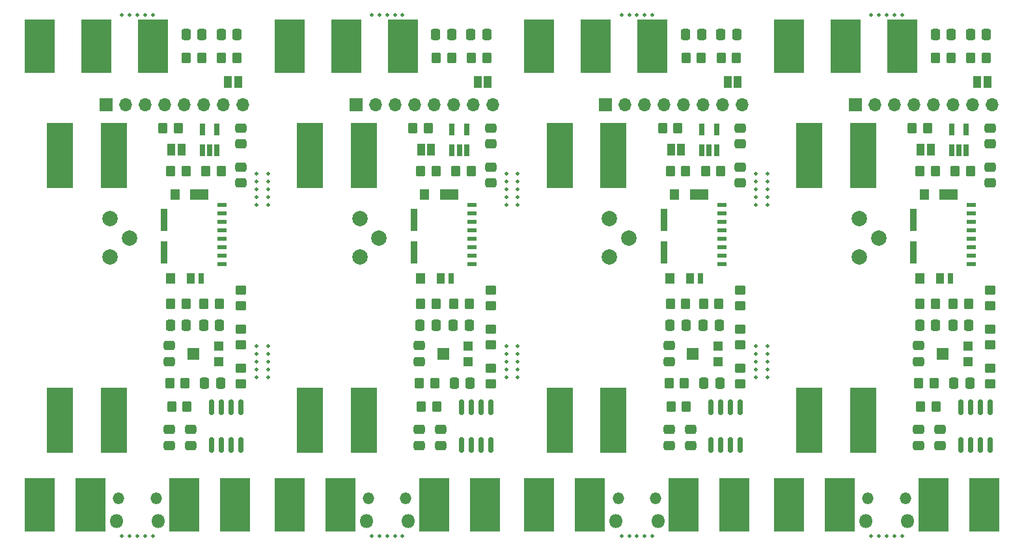
<source format=gbs>
G04 #@! TF.GenerationSoftware,KiCad,Pcbnew,7.0.1*
G04 #@! TF.CreationDate,2023-04-19T14:44:16-07:00*
G04 #@! TF.ProjectId,momentum_panel,6d6f6d65-6e74-4756-9d5f-70616e656c2e,A*
G04 #@! TF.SameCoordinates,Original*
G04 #@! TF.FileFunction,Soldermask,Bot*
G04 #@! TF.FilePolarity,Negative*
%FSLAX46Y46*%
G04 Gerber Fmt 4.6, Leading zero omitted, Abs format (unit mm)*
G04 Created by KiCad (PCBNEW 7.0.1) date 2023-04-19 14:44:16*
%MOMM*%
%LPD*%
G01*
G04 APERTURE LIST*
G04 Aperture macros list*
%AMRoundRect*
0 Rectangle with rounded corners*
0 $1 Rounding radius*
0 $2 $3 $4 $5 $6 $7 $8 $9 X,Y pos of 4 corners*
0 Add a 4 corners polygon primitive as box body*
4,1,4,$2,$3,$4,$5,$6,$7,$8,$9,$2,$3,0*
0 Add four circle primitives for the rounded corners*
1,1,$1+$1,$2,$3*
1,1,$1+$1,$4,$5*
1,1,$1+$1,$6,$7*
1,1,$1+$1,$8,$9*
0 Add four rect primitives between the rounded corners*
20,1,$1+$1,$2,$3,$4,$5,0*
20,1,$1+$1,$4,$5,$6,$7,0*
20,1,$1+$1,$6,$7,$8,$9,0*
20,1,$1+$1,$8,$9,$2,$3,0*%
G04 Aperture macros list end*
%ADD10C,0.500000*%
%ADD11O,1.800000X1.800000*%
%ADD12O,1.500000X1.500000*%
%ADD13RoundRect,0.250000X-0.350000X-0.450000X0.350000X-0.450000X0.350000X0.450000X-0.350000X0.450000X0*%
%ADD14RoundRect,0.250000X-0.475000X0.337500X-0.475000X-0.337500X0.475000X-0.337500X0.475000X0.337500X0*%
%ADD15R,1.200000X1.200000*%
%ADD16R,1.500000X1.600000*%
%ADD17RoundRect,0.250000X0.337500X0.475000X-0.337500X0.475000X-0.337500X-0.475000X0.337500X-0.475000X0*%
%ADD18RoundRect,0.250000X-0.450000X0.350000X-0.450000X-0.350000X0.450000X-0.350000X0.450000X0.350000X0*%
%ADD19RoundRect,0.250000X0.450000X-0.350000X0.450000X0.350000X-0.450000X0.350000X-0.450000X-0.350000X0*%
%ADD20RoundRect,0.250000X-0.337500X-0.475000X0.337500X-0.475000X0.337500X0.475000X-0.337500X0.475000X0*%
%ADD21R,1.000000X1.500000*%
%ADD22RoundRect,0.250000X0.475000X-0.337500X0.475000X0.337500X-0.475000X0.337500X-0.475000X-0.337500X0*%
%ADD23R,4.000000X7.000000*%
%ADD24C,2.000000*%
%ADD25R,3.500000X8.500000*%
%ADD26RoundRect,0.250000X0.350000X0.450000X-0.350000X0.450000X-0.350000X-0.450000X0.350000X-0.450000X0*%
%ADD27R,1.700000X1.700000*%
%ADD28O,1.700000X1.700000*%
%ADD29RoundRect,0.150000X-0.150000X0.825000X-0.150000X-0.825000X0.150000X-0.825000X0.150000X0.825000X0*%
%ADD30R,1.300000X0.500000*%
%ADD31R,0.680000X1.350000*%
%ADD32R,2.390000X1.350000*%
%ADD33R,1.200000X1.350000*%
%ADD34R,1.080000X1.350000*%
%ADD35R,0.850000X2.910000*%
%ADD36R,0.650000X1.560000*%
G04 APERTURE END LIST*
D10*
G04 #@! TO.C,REF\u002A\u002A*
X47720000Y-72560000D03*
G04 #@! TD*
G04 #@! TO.C,REF\u002A\u002A*
X46720000Y-4750000D03*
G04 #@! TD*
G04 #@! TO.C,REF\u002A\u002A*
X82200000Y-4750000D03*
G04 #@! TD*
G04 #@! TO.C,REF\u002A\u002A*
X30730000Y-49873333D03*
G04 #@! TD*
G04 #@! TO.C,REF\u002A\u002A*
X32230000Y-25436667D03*
G04 #@! TD*
G04 #@! TO.C,REF\u002A\u002A*
X30730000Y-51873333D03*
G04 #@! TD*
G04 #@! TO.C,REF\u002A\u002A*
X63210000Y-29436667D03*
G04 #@! TD*
G04 #@! TO.C,REF\u002A\u002A*
X63210000Y-48873333D03*
G04 #@! TD*
G04 #@! TO.C,REF\u002A\u002A*
X30730000Y-27436667D03*
G04 #@! TD*
G04 #@! TO.C,REF\u002A\u002A*
X111680000Y-72560000D03*
G04 #@! TD*
G04 #@! TO.C,REF\u002A\u002A*
X63210000Y-49873333D03*
G04 #@! TD*
G04 #@! TO.C,REF\u002A\u002A*
X112680000Y-72560000D03*
G04 #@! TD*
G04 #@! TO.C,REF\u002A\u002A*
X111680000Y-4750000D03*
G04 #@! TD*
G04 #@! TO.C,REF\u002A\u002A*
X45720000Y-72560000D03*
G04 #@! TD*
G04 #@! TO.C,REF\u002A\u002A*
X63210000Y-25436667D03*
G04 #@! TD*
G04 #@! TO.C,REF\u002A\u002A*
X95690000Y-51873333D03*
G04 #@! TD*
G04 #@! TO.C,REF\u002A\u002A*
X32230000Y-27436667D03*
G04 #@! TD*
G04 #@! TO.C,REF\u002A\u002A*
X95690000Y-26436667D03*
G04 #@! TD*
G04 #@! TO.C,REF\u002A\u002A*
X97190000Y-27436667D03*
G04 #@! TD*
G04 #@! TO.C,REF\u002A\u002A*
X30730000Y-47873333D03*
G04 #@! TD*
G04 #@! TO.C,REF\u002A\u002A*
X32230000Y-48873333D03*
G04 #@! TD*
G04 #@! TO.C,REF\u002A\u002A*
X95690000Y-49873333D03*
G04 #@! TD*
G04 #@! TO.C,REF\u002A\u002A*
X49720000Y-72560000D03*
G04 #@! TD*
G04 #@! TO.C,REF\u002A\u002A*
X95690000Y-27436667D03*
G04 #@! TD*
G04 #@! TO.C,REF\u002A\u002A*
X63210000Y-47873333D03*
G04 #@! TD*
G04 #@! TO.C,REF\u002A\u002A*
X95690000Y-47873333D03*
G04 #@! TD*
G04 #@! TO.C,REF\u002A\u002A*
X64710000Y-50873333D03*
G04 #@! TD*
G04 #@! TO.C,REF\u002A\u002A*
X97190000Y-25436667D03*
G04 #@! TD*
G04 #@! TO.C,REF\u002A\u002A*
X95690000Y-25436667D03*
G04 #@! TD*
G04 #@! TO.C,REF\u002A\u002A*
X95690000Y-48873333D03*
G04 #@! TD*
G04 #@! TO.C,REF\u002A\u002A*
X97190000Y-48873333D03*
G04 #@! TD*
G04 #@! TO.C,REF\u002A\u002A*
X16240000Y-4750000D03*
G04 #@! TD*
G04 #@! TO.C,REF\u002A\u002A*
X97190000Y-50873333D03*
G04 #@! TD*
G04 #@! TO.C,REF\u002A\u002A*
X113680000Y-72560000D03*
G04 #@! TD*
G04 #@! TO.C,REF\u002A\u002A*
X63210000Y-51873333D03*
G04 #@! TD*
G04 #@! TO.C,REF\u002A\u002A*
X95690000Y-29436667D03*
G04 #@! TD*
G04 #@! TO.C,REF\u002A\u002A*
X95690000Y-28436667D03*
G04 #@! TD*
G04 #@! TO.C,REF\u002A\u002A*
X112680000Y-4750000D03*
G04 #@! TD*
G04 #@! TO.C,REF\u002A\u002A*
X64710000Y-29436667D03*
G04 #@! TD*
G04 #@! TO.C,REF\u002A\u002A*
X64710000Y-48873333D03*
G04 #@! TD*
G04 #@! TO.C,REF\u002A\u002A*
X63210000Y-26436667D03*
G04 #@! TD*
G04 #@! TO.C,REF\u002A\u002A*
X64710000Y-27436667D03*
G04 #@! TD*
G04 #@! TO.C,REF\u002A\u002A*
X14240000Y-4750000D03*
G04 #@! TD*
G04 #@! TO.C,REF\u002A\u002A*
X46720000Y-72560000D03*
G04 #@! TD*
G04 #@! TO.C,REF\u002A\u002A*
X81200000Y-4750000D03*
G04 #@! TD*
G04 #@! TO.C,REF\u002A\u002A*
X32230000Y-29436667D03*
G04 #@! TD*
G04 #@! TO.C,REF\u002A\u002A*
X97190000Y-26436667D03*
G04 #@! TD*
G04 #@! TO.C,REF\u002A\u002A*
X97190000Y-28436667D03*
G04 #@! TD*
G04 #@! TO.C,REF\u002A\u002A*
X113680000Y-4750000D03*
G04 #@! TD*
G04 #@! TO.C,REF\u002A\u002A*
X64710000Y-26436667D03*
G04 #@! TD*
G04 #@! TO.C,REF\u002A\u002A*
X32230000Y-49873333D03*
G04 #@! TD*
G04 #@! TO.C,REF\u002A\u002A*
X95690000Y-50873333D03*
G04 #@! TD*
G04 #@! TO.C,REF\u002A\u002A*
X13240000Y-4750000D03*
G04 #@! TD*
G04 #@! TO.C,REF\u002A\u002A*
X17240000Y-72560000D03*
G04 #@! TD*
G04 #@! TO.C,REF\u002A\u002A*
X97190000Y-47873333D03*
G04 #@! TD*
G04 #@! TO.C,REF\u002A\u002A*
X30730000Y-50873333D03*
G04 #@! TD*
G04 #@! TO.C,REF\u002A\u002A*
X64710000Y-49873333D03*
G04 #@! TD*
G04 #@! TO.C,REF\u002A\u002A*
X48720000Y-4750000D03*
G04 #@! TD*
G04 #@! TO.C,REF\u002A\u002A*
X97190000Y-49873333D03*
G04 #@! TD*
G04 #@! TO.C,REF\u002A\u002A*
X97190000Y-51873333D03*
G04 #@! TD*
G04 #@! TO.C,REF\u002A\u002A*
X13240000Y-72560000D03*
G04 #@! TD*
G04 #@! TO.C,REF\u002A\u002A*
X48720000Y-72560000D03*
G04 #@! TD*
G04 #@! TO.C,REF\u002A\u002A*
X32230000Y-50873333D03*
G04 #@! TD*
G04 #@! TO.C,REF\u002A\u002A*
X32230000Y-51873333D03*
G04 #@! TD*
G04 #@! TO.C,REF\u002A\u002A*
X49720000Y-4750000D03*
G04 #@! TD*
G04 #@! TO.C,REF\u002A\u002A*
X30730000Y-48873333D03*
G04 #@! TD*
G04 #@! TO.C,REF\u002A\u002A*
X30730000Y-25436667D03*
G04 #@! TD*
G04 #@! TO.C,REF\u002A\u002A*
X32230000Y-47873333D03*
G04 #@! TD*
D11*
G04 #@! TO.C,A1*
X50445000Y-70656000D03*
D12*
X50145000Y-67626000D03*
X45295000Y-67626000D03*
D11*
X44995000Y-70656000D03*
G04 #@! TD*
G04 #@! TO.C,A1*
X17965000Y-70656000D03*
D12*
X17665000Y-67626000D03*
X12815000Y-67626000D03*
D11*
X12515000Y-70656000D03*
G04 #@! TD*
G04 #@! TO.C,A1*
X115405000Y-70656000D03*
D12*
X115105000Y-67626000D03*
X110255000Y-67626000D03*
D11*
X109955000Y-70656000D03*
G04 #@! TD*
G04 #@! TO.C,A1*
X82925000Y-70656000D03*
D12*
X82625000Y-67626000D03*
X77775000Y-67626000D03*
D11*
X77475000Y-70656000D03*
G04 #@! TD*
D10*
G04 #@! TO.C,REF\u002A\u002A*
X79200000Y-4750000D03*
G04 #@! TD*
G04 #@! TO.C,REF\u002A\u002A*
X45720000Y-4750000D03*
G04 #@! TD*
G04 #@! TO.C,REF\u002A\u002A*
X114680000Y-4750000D03*
G04 #@! TD*
G04 #@! TO.C,REF\u002A\u002A*
X63210000Y-27436667D03*
G04 #@! TD*
G04 #@! TO.C,REF\u002A\u002A*
X78200000Y-4750000D03*
G04 #@! TD*
G04 #@! TO.C,REF\u002A\u002A*
X114680000Y-72560000D03*
G04 #@! TD*
G04 #@! TO.C,REF\u002A\u002A*
X47720000Y-4750000D03*
G04 #@! TD*
G04 #@! TO.C,REF\u002A\u002A*
X64710000Y-47873333D03*
G04 #@! TD*
G04 #@! TO.C,REF\u002A\u002A*
X30730000Y-26436667D03*
G04 #@! TD*
G04 #@! TO.C,REF\u002A\u002A*
X78200000Y-72560000D03*
G04 #@! TD*
G04 #@! TO.C,REF\u002A\u002A*
X110680000Y-72560000D03*
G04 #@! TD*
G04 #@! TO.C,REF\u002A\u002A*
X64710000Y-28436667D03*
G04 #@! TD*
G04 #@! TO.C,REF\u002A\u002A*
X14240000Y-72560000D03*
G04 #@! TD*
G04 #@! TO.C,REF\u002A\u002A*
X110680000Y-4750000D03*
G04 #@! TD*
G04 #@! TO.C,REF\u002A\u002A*
X30730000Y-28436667D03*
G04 #@! TD*
G04 #@! TO.C,REF\u002A\u002A*
X63210000Y-28436667D03*
G04 #@! TD*
G04 #@! TO.C,REF\u002A\u002A*
X64710000Y-25436667D03*
G04 #@! TD*
G04 #@! TO.C,REF\u002A\u002A*
X63210000Y-50873333D03*
G04 #@! TD*
G04 #@! TO.C,REF\u002A\u002A*
X80200000Y-72560000D03*
G04 #@! TD*
G04 #@! TO.C,REF\u002A\u002A*
X80200000Y-4750000D03*
G04 #@! TD*
G04 #@! TO.C,REF\u002A\u002A*
X79200000Y-72560000D03*
G04 #@! TD*
G04 #@! TO.C,REF\u002A\u002A*
X32230000Y-28436667D03*
G04 #@! TD*
G04 #@! TO.C,REF\u002A\u002A*
X17240000Y-4750000D03*
G04 #@! TD*
G04 #@! TO.C,REF\u002A\u002A*
X30730000Y-29436667D03*
G04 #@! TD*
G04 #@! TO.C,REF\u002A\u002A*
X15240000Y-72560000D03*
G04 #@! TD*
G04 #@! TO.C,REF\u002A\u002A*
X64710000Y-51873333D03*
G04 #@! TD*
G04 #@! TO.C,REF\u002A\u002A*
X97190000Y-29436667D03*
G04 #@! TD*
G04 #@! TO.C,REF\u002A\u002A*
X81200000Y-72560000D03*
G04 #@! TD*
G04 #@! TO.C,REF\u002A\u002A*
X32230000Y-26436667D03*
G04 #@! TD*
G04 #@! TO.C,REF\u002A\u002A*
X16240000Y-72560000D03*
G04 #@! TD*
G04 #@! TO.C,REF\u002A\u002A*
X82200000Y-72560000D03*
G04 #@! TD*
G04 #@! TO.C,REF\u002A\u002A*
X15240000Y-4750000D03*
G04 #@! TD*
D13*
G04 #@! TO.C,R8*
X58658000Y-10334000D03*
X60658000Y-10334000D03*
G04 #@! TD*
G04 #@! TO.C,R8*
X26178000Y-10334000D03*
X28178000Y-10334000D03*
G04 #@! TD*
G04 #@! TO.C,R8*
X91138000Y-10334000D03*
X93138000Y-10334000D03*
G04 #@! TD*
G04 #@! TO.C,R8*
X123618000Y-10334000D03*
X125618000Y-10334000D03*
G04 #@! TD*
D14*
G04 #@! TO.C,C8*
X93662000Y-24536500D03*
X93662000Y-26611500D03*
G04 #@! TD*
G04 #@! TO.C,C8*
X61182000Y-24536500D03*
X61182000Y-26611500D03*
G04 #@! TD*
G04 #@! TO.C,C8*
X28702000Y-24536500D03*
X28702000Y-26611500D03*
G04 #@! TD*
G04 #@! TO.C,C8*
X126142000Y-24536500D03*
X126142000Y-26611500D03*
G04 #@! TD*
G04 #@! TO.C,C2*
X19414000Y-47805900D03*
X19414000Y-49880900D03*
G04 #@! TD*
G04 #@! TO.C,C2*
X51894000Y-47805900D03*
X51894000Y-49880900D03*
G04 #@! TD*
G04 #@! TO.C,C2*
X84374000Y-47805900D03*
X84374000Y-49880900D03*
G04 #@! TD*
G04 #@! TO.C,C2*
X116854000Y-47805900D03*
X116854000Y-49880900D03*
G04 #@! TD*
D15*
G04 #@! TO.C,RV1*
X25786000Y-47843400D03*
D16*
X22536000Y-48843400D03*
D15*
X25786000Y-49843400D03*
G04 #@! TD*
G04 #@! TO.C,RV1*
X123226000Y-47843400D03*
D16*
X119976000Y-48843400D03*
D15*
X123226000Y-49843400D03*
G04 #@! TD*
G04 #@! TO.C,RV1*
X58266000Y-47843400D03*
D16*
X55016000Y-48843400D03*
D15*
X58266000Y-49843400D03*
G04 #@! TD*
G04 #@! TO.C,RV1*
X90746000Y-47843400D03*
D16*
X87496000Y-48843400D03*
D15*
X90746000Y-49843400D03*
G04 #@! TD*
D17*
G04 #@! TO.C,C9*
X93175500Y-7286000D03*
X91100500Y-7286000D03*
G04 #@! TD*
G04 #@! TO.C,C9*
X60695500Y-7286000D03*
X58620500Y-7286000D03*
G04 #@! TD*
G04 #@! TO.C,C9*
X125655500Y-7286000D03*
X123580500Y-7286000D03*
G04 #@! TD*
G04 #@! TO.C,C9*
X28215500Y-7286000D03*
X26140500Y-7286000D03*
G04 #@! TD*
D18*
G04 #@! TO.C,R13*
X61182000Y-45656000D03*
X61182000Y-47656000D03*
G04 #@! TD*
G04 #@! TO.C,R13*
X28702000Y-45656000D03*
X28702000Y-47656000D03*
G04 #@! TD*
G04 #@! TO.C,R13*
X93662000Y-45656000D03*
X93662000Y-47656000D03*
G04 #@! TD*
G04 #@! TO.C,R13*
X126142000Y-45656000D03*
X126142000Y-47656000D03*
G04 #@! TD*
D19*
G04 #@! TO.C,R4*
X28702000Y-42576000D03*
X28702000Y-40576000D03*
G04 #@! TD*
G04 #@! TO.C,R4*
X61182000Y-42576000D03*
X61182000Y-40576000D03*
G04 #@! TD*
G04 #@! TO.C,R4*
X93662000Y-42576000D03*
X93662000Y-40576000D03*
G04 #@! TD*
G04 #@! TO.C,R4*
X126142000Y-42576000D03*
X126142000Y-40576000D03*
G04 #@! TD*
D13*
G04 #@! TO.C,R1*
X84390000Y-52653400D03*
X86390000Y-52653400D03*
G04 #@! TD*
G04 #@! TO.C,R1*
X19430000Y-52653400D03*
X21430000Y-52653400D03*
G04 #@! TD*
G04 #@! TO.C,R1*
X51910000Y-52653400D03*
X53910000Y-52653400D03*
G04 #@! TD*
G04 #@! TO.C,R1*
X116870000Y-52653400D03*
X118870000Y-52653400D03*
G04 #@! TD*
D20*
G04 #@! TO.C,C3*
X56444500Y-52653400D03*
X58519500Y-52653400D03*
G04 #@! TD*
G04 #@! TO.C,C3*
X88924500Y-52653400D03*
X90999500Y-52653400D03*
G04 #@! TD*
G04 #@! TO.C,C3*
X121404500Y-52653400D03*
X123479500Y-52653400D03*
G04 #@! TD*
G04 #@! TO.C,C3*
X23964500Y-52653400D03*
X26039500Y-52653400D03*
G04 #@! TD*
D18*
G04 #@! TO.C,R2*
X28702000Y-50736000D03*
X28702000Y-52736000D03*
G04 #@! TD*
G04 #@! TO.C,R2*
X61182000Y-50736000D03*
X61182000Y-52736000D03*
G04 #@! TD*
G04 #@! TO.C,R2*
X126142000Y-50736000D03*
X126142000Y-52736000D03*
G04 #@! TD*
G04 #@! TO.C,R2*
X93662000Y-50736000D03*
X93662000Y-52736000D03*
G04 #@! TD*
D13*
G04 #@! TO.C,R6*
X19574000Y-25066000D03*
X21574000Y-25066000D03*
G04 #@! TD*
G04 #@! TO.C,R6*
X52054000Y-25066000D03*
X54054000Y-25066000D03*
G04 #@! TD*
G04 #@! TO.C,R6*
X84534000Y-25066000D03*
X86534000Y-25066000D03*
G04 #@! TD*
G04 #@! TO.C,R6*
X117014000Y-25066000D03*
X119014000Y-25066000D03*
G04 #@! TD*
D21*
G04 #@! TO.C,JP2*
X85930000Y-22272000D03*
X84630000Y-22272000D03*
G04 #@! TD*
G04 #@! TO.C,JP2*
X53450000Y-22272000D03*
X52150000Y-22272000D03*
G04 #@! TD*
G04 #@! TO.C,JP2*
X20970000Y-22272000D03*
X19670000Y-22272000D03*
G04 #@! TD*
G04 #@! TO.C,JP2*
X118410000Y-22272000D03*
X117110000Y-22272000D03*
G04 #@! TD*
D13*
G04 #@! TO.C,R3*
X117124000Y-55701400D03*
X119124000Y-55701400D03*
G04 #@! TD*
G04 #@! TO.C,R3*
X84644000Y-55701400D03*
X86644000Y-55701400D03*
G04 #@! TD*
G04 #@! TO.C,R3*
X19684000Y-55701400D03*
X21684000Y-55701400D03*
G04 #@! TD*
G04 #@! TO.C,R3*
X52164000Y-55701400D03*
X54164000Y-55701400D03*
G04 #@! TD*
D22*
G04 #@! TO.C,C5*
X51894000Y-60802900D03*
X51894000Y-58727900D03*
G04 #@! TD*
G04 #@! TO.C,C5*
X84374000Y-60802900D03*
X84374000Y-58727900D03*
G04 #@! TD*
G04 #@! TO.C,C5*
X116854000Y-60802900D03*
X116854000Y-58727900D03*
G04 #@! TD*
G04 #@! TO.C,C5*
X19414000Y-60802900D03*
X19414000Y-58727900D03*
G04 #@! TD*
D23*
G04 #@! TO.C,J9*
X35020000Y-68500000D03*
G04 #@! TD*
G04 #@! TO.C,J9*
X2540000Y-68500000D03*
G04 #@! TD*
G04 #@! TO.C,J9*
X67500000Y-68500000D03*
G04 #@! TD*
G04 #@! TO.C,J9*
X99980000Y-68500000D03*
G04 #@! TD*
D24*
G04 #@! TO.C,A3*
X76652000Y-31284000D03*
X79152000Y-33784000D03*
X76652000Y-36284000D03*
D25*
X70152000Y-57534000D03*
X77152000Y-57534000D03*
X77152000Y-23034000D03*
X70152000Y-23034000D03*
G04 #@! TD*
D24*
G04 #@! TO.C,A3*
X11692000Y-31284000D03*
X14192000Y-33784000D03*
X11692000Y-36284000D03*
D25*
X5192000Y-57534000D03*
X12192000Y-57534000D03*
X12192000Y-23034000D03*
X5192000Y-23034000D03*
G04 #@! TD*
D24*
G04 #@! TO.C,A3*
X109132000Y-31284000D03*
X111632000Y-33784000D03*
X109132000Y-36284000D03*
D25*
X102632000Y-57534000D03*
X109632000Y-57534000D03*
X109632000Y-23034000D03*
X102632000Y-23034000D03*
G04 #@! TD*
D24*
G04 #@! TO.C,A3*
X44172000Y-31284000D03*
X46672000Y-33784000D03*
X44172000Y-36284000D03*
D25*
X37672000Y-57534000D03*
X44672000Y-57534000D03*
X44672000Y-23034000D03*
X37672000Y-23034000D03*
G04 #@! TD*
D26*
G04 #@! TO.C,R11*
X21574000Y-42338000D03*
X19574000Y-42338000D03*
G04 #@! TD*
G04 #@! TO.C,R11*
X54054000Y-42338000D03*
X52054000Y-42338000D03*
G04 #@! TD*
G04 #@! TO.C,R11*
X86534000Y-42338000D03*
X84534000Y-42338000D03*
G04 #@! TD*
G04 #@! TO.C,R11*
X119014000Y-42338000D03*
X117014000Y-42338000D03*
G04 #@! TD*
G04 #@! TO.C,R12*
X90852000Y-42338000D03*
X88852000Y-42338000D03*
G04 #@! TD*
G04 #@! TO.C,R12*
X58372000Y-42338000D03*
X56372000Y-42338000D03*
G04 #@! TD*
G04 #@! TO.C,R12*
X123332000Y-42338000D03*
X121332000Y-42338000D03*
G04 #@! TD*
G04 #@! TO.C,R12*
X25892000Y-42338000D03*
X23892000Y-42338000D03*
G04 #@! TD*
D13*
G04 #@! TO.C,R5*
X24146000Y-25066000D03*
X26146000Y-25066000D03*
G04 #@! TD*
G04 #@! TO.C,R5*
X56626000Y-25066000D03*
X58626000Y-25066000D03*
G04 #@! TD*
G04 #@! TO.C,R5*
X121586000Y-25066000D03*
X123586000Y-25066000D03*
G04 #@! TD*
G04 #@! TO.C,R5*
X89106000Y-25066000D03*
X91106000Y-25066000D03*
G04 #@! TD*
D23*
G04 #@! TO.C,J4*
X42386000Y-8810000D03*
G04 #@! TD*
G04 #@! TO.C,J4*
X74866000Y-8810000D03*
G04 #@! TD*
G04 #@! TO.C,J4*
X107346000Y-8810000D03*
G04 #@! TD*
G04 #@! TO.C,J4*
X9906000Y-8810000D03*
G04 #@! TD*
D26*
G04 #@! TO.C,R9*
X56086000Y-10334000D03*
X54086000Y-10334000D03*
G04 #@! TD*
G04 #@! TO.C,R9*
X23606000Y-10334000D03*
X21606000Y-10334000D03*
G04 #@! TD*
G04 #@! TO.C,R9*
X88566000Y-10334000D03*
X86566000Y-10334000D03*
G04 #@! TD*
G04 #@! TO.C,R9*
X121046000Y-10334000D03*
X119046000Y-10334000D03*
G04 #@! TD*
D27*
G04 #@! TO.C,A2*
X11176000Y-16430000D03*
D28*
X13716000Y-16430000D03*
X16256000Y-16430000D03*
X18796000Y-16430000D03*
X21336000Y-16430000D03*
X23876000Y-16430000D03*
X26416000Y-16430000D03*
X28956000Y-16430000D03*
G04 #@! TD*
D27*
G04 #@! TO.C,A2*
X43656000Y-16430000D03*
D28*
X46196000Y-16430000D03*
X48736000Y-16430000D03*
X51276000Y-16430000D03*
X53816000Y-16430000D03*
X56356000Y-16430000D03*
X58896000Y-16430000D03*
X61436000Y-16430000D03*
G04 #@! TD*
D27*
G04 #@! TO.C,A2*
X76136000Y-16430000D03*
D28*
X78676000Y-16430000D03*
X81216000Y-16430000D03*
X83756000Y-16430000D03*
X86296000Y-16430000D03*
X88836000Y-16430000D03*
X91376000Y-16430000D03*
X93916000Y-16430000D03*
G04 #@! TD*
D27*
G04 #@! TO.C,A2*
X108616000Y-16430000D03*
D28*
X111156000Y-16430000D03*
X113696000Y-16430000D03*
X116236000Y-16430000D03*
X118776000Y-16430000D03*
X121316000Y-16430000D03*
X123856000Y-16430000D03*
X126396000Y-16430000D03*
G04 #@! TD*
D23*
G04 #@! TO.C,J10*
X9144000Y-68500000D03*
G04 #@! TD*
G04 #@! TO.C,J10*
X41624000Y-68500000D03*
G04 #@! TD*
G04 #@! TO.C,J10*
X74104000Y-68500000D03*
G04 #@! TD*
G04 #@! TO.C,J10*
X106584000Y-68500000D03*
G04 #@! TD*
D20*
G04 #@! TO.C,C6*
X84496500Y-45132000D03*
X86571500Y-45132000D03*
G04 #@! TD*
G04 #@! TO.C,C6*
X52016500Y-45132000D03*
X54091500Y-45132000D03*
G04 #@! TD*
G04 #@! TO.C,C6*
X116976500Y-45132000D03*
X119051500Y-45132000D03*
G04 #@! TD*
G04 #@! TO.C,C6*
X19536500Y-45132000D03*
X21611500Y-45132000D03*
G04 #@! TD*
D23*
G04 #@! TO.C,J11*
X125380000Y-68500000D03*
G04 #@! TD*
G04 #@! TO.C,J11*
X60420000Y-68500000D03*
G04 #@! TD*
G04 #@! TO.C,J11*
X92900000Y-68500000D03*
G04 #@! TD*
G04 #@! TO.C,J11*
X27940000Y-68500000D03*
G04 #@! TD*
G04 #@! TO.C,J12*
X21319000Y-68500000D03*
G04 #@! TD*
G04 #@! TO.C,J12*
X86279000Y-68500000D03*
G04 #@! TD*
G04 #@! TO.C,J12*
X53799000Y-68500000D03*
G04 #@! TD*
G04 #@! TO.C,J12*
X118759000Y-68500000D03*
G04 #@! TD*
D29*
G04 #@! TO.C,U2*
X122315000Y-55766400D03*
X123585000Y-55766400D03*
X124855000Y-55766400D03*
X126125000Y-55766400D03*
X126125000Y-60716400D03*
X124855000Y-60716400D03*
X123585000Y-60716400D03*
X122315000Y-60716400D03*
G04 #@! TD*
G04 #@! TO.C,U2*
X89835000Y-55766400D03*
X91105000Y-55766400D03*
X92375000Y-55766400D03*
X93645000Y-55766400D03*
X93645000Y-60716400D03*
X92375000Y-60716400D03*
X91105000Y-60716400D03*
X89835000Y-60716400D03*
G04 #@! TD*
G04 #@! TO.C,U2*
X24875000Y-55766400D03*
X26145000Y-55766400D03*
X27415000Y-55766400D03*
X28685000Y-55766400D03*
X28685000Y-60716400D03*
X27415000Y-60716400D03*
X26145000Y-60716400D03*
X24875000Y-60716400D03*
G04 #@! TD*
G04 #@! TO.C,U2*
X57355000Y-55766400D03*
X58625000Y-55766400D03*
X59895000Y-55766400D03*
X61165000Y-55766400D03*
X61165000Y-60716400D03*
X59895000Y-60716400D03*
X58625000Y-60716400D03*
X57355000Y-60716400D03*
G04 #@! TD*
D30*
G04 #@! TO.C,J1*
X123711000Y-37156000D03*
X123711000Y-36056000D03*
X123711000Y-34956000D03*
X123711000Y-33856000D03*
X123711000Y-32756000D03*
X123711000Y-31656000D03*
X123711000Y-30556000D03*
X123711000Y-29456000D03*
D31*
X120961000Y-39081000D03*
D32*
X120756500Y-28131000D03*
D33*
X117571000Y-28131000D03*
D34*
X119611000Y-39081000D03*
D33*
X117001000Y-39081000D03*
D35*
X116176000Y-31461000D03*
X116176000Y-35651000D03*
G04 #@! TD*
D30*
G04 #@! TO.C,J1*
X26271000Y-37156000D03*
X26271000Y-36056000D03*
X26271000Y-34956000D03*
X26271000Y-33856000D03*
X26271000Y-32756000D03*
X26271000Y-31656000D03*
X26271000Y-30556000D03*
X26271000Y-29456000D03*
D31*
X23521000Y-39081000D03*
D32*
X23316500Y-28131000D03*
D33*
X20131000Y-28131000D03*
D34*
X22171000Y-39081000D03*
D33*
X19561000Y-39081000D03*
D35*
X18736000Y-31461000D03*
X18736000Y-35651000D03*
G04 #@! TD*
D30*
G04 #@! TO.C,J1*
X91231000Y-37156000D03*
X91231000Y-36056000D03*
X91231000Y-34956000D03*
X91231000Y-33856000D03*
X91231000Y-32756000D03*
X91231000Y-31656000D03*
X91231000Y-30556000D03*
X91231000Y-29456000D03*
D31*
X88481000Y-39081000D03*
D32*
X88276500Y-28131000D03*
D33*
X85091000Y-28131000D03*
D34*
X87131000Y-39081000D03*
D33*
X84521000Y-39081000D03*
D35*
X83696000Y-31461000D03*
X83696000Y-35651000D03*
G04 #@! TD*
D30*
G04 #@! TO.C,J1*
X58751000Y-37156000D03*
X58751000Y-36056000D03*
X58751000Y-34956000D03*
X58751000Y-33856000D03*
X58751000Y-32756000D03*
X58751000Y-31656000D03*
X58751000Y-30556000D03*
X58751000Y-29456000D03*
D31*
X56001000Y-39081000D03*
D32*
X55796500Y-28131000D03*
D33*
X52611000Y-28131000D03*
D34*
X54651000Y-39081000D03*
D33*
X52041000Y-39081000D03*
D35*
X51216000Y-31461000D03*
X51216000Y-35651000D03*
G04 #@! TD*
D23*
G04 #@! TO.C,J3*
X114712000Y-8810000D03*
G04 #@! TD*
G04 #@! TO.C,J3*
X49752000Y-8810000D03*
G04 #@! TD*
G04 #@! TO.C,J3*
X17272000Y-8810000D03*
G04 #@! TD*
G04 #@! TO.C,J3*
X82232000Y-8810000D03*
G04 #@! TD*
D20*
G04 #@! TO.C,C10*
X86528500Y-7286000D03*
X88603500Y-7286000D03*
G04 #@! TD*
G04 #@! TO.C,C10*
X54048500Y-7286000D03*
X56123500Y-7286000D03*
G04 #@! TD*
G04 #@! TO.C,C10*
X119008500Y-7286000D03*
X121083500Y-7286000D03*
G04 #@! TD*
G04 #@! TO.C,C10*
X21568500Y-7286000D03*
X23643500Y-7286000D03*
G04 #@! TD*
D14*
G04 #@! TO.C,C1*
X28702000Y-19456500D03*
X28702000Y-21531500D03*
G04 #@! TD*
G04 #@! TO.C,C1*
X126142000Y-19456500D03*
X126142000Y-21531500D03*
G04 #@! TD*
G04 #@! TO.C,C1*
X61182000Y-19456500D03*
X61182000Y-21531500D03*
G04 #@! TD*
G04 #@! TO.C,C1*
X93662000Y-19456500D03*
X93662000Y-21531500D03*
G04 #@! TD*
D26*
G04 #@! TO.C,R10*
X20558000Y-19478000D03*
X18558000Y-19478000D03*
G04 #@! TD*
G04 #@! TO.C,R10*
X85518000Y-19478000D03*
X83518000Y-19478000D03*
G04 #@! TD*
G04 #@! TO.C,R10*
X53038000Y-19478000D03*
X51038000Y-19478000D03*
G04 #@! TD*
G04 #@! TO.C,R10*
X117998000Y-19478000D03*
X115998000Y-19478000D03*
G04 #@! TD*
D17*
G04 #@! TO.C,C7*
X25929500Y-45132000D03*
X23854500Y-45132000D03*
G04 #@! TD*
G04 #@! TO.C,C7*
X90889500Y-45132000D03*
X88814500Y-45132000D03*
G04 #@! TD*
G04 #@! TO.C,C7*
X123369500Y-45132000D03*
X121294500Y-45132000D03*
G04 #@! TD*
G04 #@! TO.C,C7*
X58409500Y-45132000D03*
X56334500Y-45132000D03*
G04 #@! TD*
D21*
G04 #@! TO.C,JP1*
X60816000Y-13509000D03*
X59516000Y-13509000D03*
G04 #@! TD*
G04 #@! TO.C,JP1*
X28336000Y-13509000D03*
X27036000Y-13509000D03*
G04 #@! TD*
G04 #@! TO.C,JP1*
X125776000Y-13509000D03*
X124476000Y-13509000D03*
G04 #@! TD*
G04 #@! TO.C,JP1*
X93296000Y-13509000D03*
X91996000Y-13509000D03*
G04 #@! TD*
D23*
G04 #@! TO.C,J2*
X67500000Y-8810000D03*
G04 #@! TD*
G04 #@! TO.C,J2*
X2540000Y-8810000D03*
G04 #@! TD*
G04 #@! TO.C,J2*
X35020000Y-8810000D03*
G04 #@! TD*
G04 #@! TO.C,J2*
X99980000Y-8810000D03*
G04 #@! TD*
D36*
G04 #@! TO.C,U1*
X90548000Y-22352000D03*
X89598000Y-22352000D03*
X88648000Y-22352000D03*
X88648000Y-19652000D03*
X90548000Y-19652000D03*
G04 #@! TD*
G04 #@! TO.C,U1*
X25588000Y-22352000D03*
X24638000Y-22352000D03*
X23688000Y-22352000D03*
X23688000Y-19652000D03*
X25588000Y-19652000D03*
G04 #@! TD*
G04 #@! TO.C,U1*
X58068000Y-22352000D03*
X57118000Y-22352000D03*
X56168000Y-22352000D03*
X56168000Y-19652000D03*
X58068000Y-19652000D03*
G04 #@! TD*
G04 #@! TO.C,U1*
X123028000Y-22352000D03*
X122078000Y-22352000D03*
X121128000Y-22352000D03*
X121128000Y-19652000D03*
X123028000Y-19652000D03*
G04 #@! TD*
D22*
G04 #@! TO.C,C4*
X54688000Y-60802900D03*
X54688000Y-58727900D03*
G04 #@! TD*
G04 #@! TO.C,C4*
X22208000Y-60802900D03*
X22208000Y-58727900D03*
G04 #@! TD*
G04 #@! TO.C,C4*
X87168000Y-60802900D03*
X87168000Y-58727900D03*
G04 #@! TD*
G04 #@! TO.C,C4*
X119648000Y-60802900D03*
X119648000Y-58727900D03*
G04 #@! TD*
M02*

</source>
